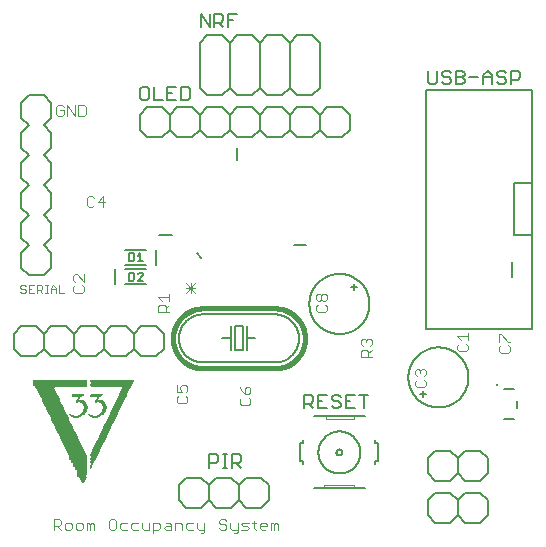
<source format=gto>
G75*
%MOIN*%
%OFA0B0*%
%FSLAX25Y25*%
%IPPOS*%
%LPD*%
%AMOC8*
5,1,8,0,0,1.08239X$1,22.5*
%
%ADD10C,0.00400*%
%ADD11R,0.00900X0.00300*%
%ADD12R,0.01500X0.00300*%
%ADD13R,0.02100X0.00300*%
%ADD14R,0.02700X0.00300*%
%ADD15R,0.03000X0.00300*%
%ADD16R,0.03300X0.00300*%
%ADD17R,0.03600X0.00300*%
%ADD18R,0.03900X0.00300*%
%ADD19R,0.00300X0.00300*%
%ADD20R,0.04200X0.00300*%
%ADD21R,0.00600X0.00300*%
%ADD22R,0.04500X0.00300*%
%ADD23R,0.04800X0.00300*%
%ADD24R,0.05100X0.00300*%
%ADD25R,0.01200X0.00300*%
%ADD26R,0.05400X0.00300*%
%ADD27R,0.05700X0.00300*%
%ADD28R,0.01800X0.00300*%
%ADD29R,0.06000X0.00300*%
%ADD30R,0.06300X0.00300*%
%ADD31R,0.02400X0.00300*%
%ADD32R,0.06600X0.00300*%
%ADD33R,0.17400X0.00300*%
%ADD34R,0.13500X0.00300*%
%ADD35R,0.17700X0.00300*%
%ADD36R,0.13800X0.00300*%
%ADD37R,0.18000X0.00300*%
%ADD38R,0.14100X0.00300*%
%ADD39R,0.18300X0.00300*%
%ADD40R,0.14400X0.00300*%
%ADD41C,0.00600*%
%ADD42C,0.00300*%
%ADD43C,0.01600*%
%ADD44C,0.00200*%
%ADD45C,0.00500*%
%ADD46C,0.00800*%
%ADD47C,0.01000*%
D10*
X0029678Y0007567D02*
X0029678Y0011170D01*
X0031480Y0011170D01*
X0032080Y0010569D01*
X0032080Y0009368D01*
X0031480Y0008768D01*
X0029678Y0008768D01*
X0030879Y0008768D02*
X0032080Y0007567D01*
X0033362Y0008167D02*
X0033962Y0007567D01*
X0035163Y0007567D01*
X0035764Y0008167D01*
X0035764Y0009368D01*
X0035163Y0009969D01*
X0033962Y0009969D01*
X0033362Y0009368D01*
X0033362Y0008167D01*
X0037045Y0008167D02*
X0037645Y0007567D01*
X0038846Y0007567D01*
X0039447Y0008167D01*
X0039447Y0009368D01*
X0038846Y0009969D01*
X0037645Y0009969D01*
X0037045Y0009368D01*
X0037045Y0008167D01*
X0040728Y0007567D02*
X0040728Y0009969D01*
X0041328Y0009969D01*
X0041929Y0009368D01*
X0042529Y0009969D01*
X0043130Y0009368D01*
X0043130Y0007567D01*
X0041929Y0007567D02*
X0041929Y0009368D01*
X0048094Y0008167D02*
X0048695Y0007567D01*
X0049896Y0007567D01*
X0050496Y0008167D01*
X0050496Y0010569D01*
X0049896Y0011170D01*
X0048695Y0011170D01*
X0048094Y0010569D01*
X0048094Y0008167D01*
X0051777Y0008167D02*
X0052378Y0007567D01*
X0054179Y0007567D01*
X0055460Y0008167D02*
X0055460Y0009368D01*
X0056061Y0009969D01*
X0057863Y0009969D01*
X0059144Y0009969D02*
X0059144Y0008167D01*
X0059744Y0007567D01*
X0061546Y0007567D01*
X0061546Y0009969D01*
X0062827Y0009969D02*
X0064628Y0009969D01*
X0065229Y0009368D01*
X0065229Y0008167D01*
X0064628Y0007567D01*
X0062827Y0007567D01*
X0062827Y0006366D02*
X0062827Y0009969D01*
X0066510Y0008167D02*
X0067110Y0008768D01*
X0068912Y0008768D01*
X0068912Y0009368D02*
X0068912Y0007567D01*
X0067110Y0007567D01*
X0066510Y0008167D01*
X0067110Y0009969D02*
X0068311Y0009969D01*
X0068912Y0009368D01*
X0070193Y0009969D02*
X0071995Y0009969D01*
X0072595Y0009368D01*
X0072595Y0007567D01*
X0073876Y0008167D02*
X0073876Y0009368D01*
X0074477Y0009969D01*
X0076278Y0009969D01*
X0077559Y0009969D02*
X0077559Y0008167D01*
X0078160Y0007567D01*
X0079961Y0007567D01*
X0079961Y0006966D02*
X0079361Y0006366D01*
X0078760Y0006366D01*
X0079961Y0006966D02*
X0079961Y0009969D01*
X0076278Y0007567D02*
X0074477Y0007567D01*
X0073876Y0008167D01*
X0070193Y0007567D02*
X0070193Y0009969D01*
X0057863Y0007567D02*
X0056061Y0007567D01*
X0055460Y0008167D01*
X0054179Y0009969D02*
X0052378Y0009969D01*
X0051777Y0009368D01*
X0051777Y0008167D01*
X0084926Y0008167D02*
X0085526Y0007567D01*
X0086727Y0007567D01*
X0087328Y0008167D01*
X0087328Y0008768D01*
X0086727Y0009368D01*
X0085526Y0009368D01*
X0084926Y0009969D01*
X0084926Y0010569D01*
X0085526Y0011170D01*
X0086727Y0011170D01*
X0087328Y0010569D01*
X0088609Y0009969D02*
X0088609Y0008167D01*
X0089209Y0007567D01*
X0091011Y0007567D01*
X0091011Y0006966D02*
X0090410Y0006366D01*
X0089810Y0006366D01*
X0091011Y0006966D02*
X0091011Y0009969D01*
X0092292Y0009368D02*
X0092892Y0009969D01*
X0094694Y0009969D01*
X0095975Y0009969D02*
X0097176Y0009969D01*
X0096576Y0010569D02*
X0096576Y0008167D01*
X0097176Y0007567D01*
X0098430Y0008167D02*
X0098430Y0009368D01*
X0099031Y0009969D01*
X0100232Y0009969D01*
X0100833Y0009368D01*
X0100833Y0008768D01*
X0098430Y0008768D01*
X0098430Y0008167D02*
X0099031Y0007567D01*
X0100232Y0007567D01*
X0102114Y0007567D02*
X0102114Y0009969D01*
X0102714Y0009969D01*
X0103315Y0009368D01*
X0103915Y0009969D01*
X0104516Y0009368D01*
X0104516Y0007567D01*
X0103315Y0007567D02*
X0103315Y0009368D01*
X0094694Y0008167D02*
X0094093Y0008768D01*
X0092892Y0008768D01*
X0092292Y0009368D01*
X0092292Y0007567D02*
X0094093Y0007567D01*
X0094694Y0008167D01*
X0094733Y0049193D02*
X0092331Y0049193D01*
X0091730Y0049793D01*
X0091730Y0050994D01*
X0092331Y0051595D01*
X0093532Y0052876D02*
X0092331Y0054077D01*
X0091730Y0055278D01*
X0093532Y0054677D02*
X0093532Y0052876D01*
X0094733Y0052876D01*
X0095334Y0053476D01*
X0095334Y0054677D01*
X0094733Y0055278D01*
X0094133Y0055278D01*
X0093532Y0054677D01*
X0094733Y0051595D02*
X0095334Y0050994D01*
X0095334Y0049793D01*
X0094733Y0049193D01*
X0074334Y0050293D02*
X0074334Y0051494D01*
X0073733Y0052095D01*
X0073733Y0053376D02*
X0074334Y0053976D01*
X0074334Y0055177D01*
X0073733Y0055778D01*
X0072532Y0055778D01*
X0071932Y0055177D01*
X0071932Y0054577D01*
X0072532Y0053376D01*
X0070730Y0053376D01*
X0070730Y0055778D01*
X0071331Y0052095D02*
X0070730Y0051494D01*
X0070730Y0050293D01*
X0071331Y0049693D01*
X0073733Y0049693D01*
X0074334Y0050293D01*
X0039233Y0086630D02*
X0036831Y0086630D01*
X0036230Y0087230D01*
X0036230Y0088431D01*
X0036831Y0089032D01*
X0036831Y0090313D02*
X0036230Y0090913D01*
X0036230Y0092114D01*
X0036831Y0092715D01*
X0037432Y0092715D01*
X0039834Y0090313D01*
X0039834Y0092715D01*
X0039233Y0089032D02*
X0039834Y0088431D01*
X0039834Y0087230D01*
X0039233Y0086630D01*
X0041350Y0115122D02*
X0042551Y0115122D01*
X0043151Y0115722D01*
X0044432Y0116923D02*
X0046834Y0116923D01*
X0046234Y0115122D02*
X0046234Y0118725D01*
X0044432Y0116923D01*
X0043151Y0118124D02*
X0042551Y0118725D01*
X0041350Y0118725D01*
X0040749Y0118124D01*
X0040749Y0115722D01*
X0041350Y0115122D01*
X0039797Y0145567D02*
X0037995Y0145567D01*
X0037995Y0149170D01*
X0039797Y0149170D01*
X0040397Y0148569D01*
X0040397Y0146167D01*
X0039797Y0145567D01*
X0036714Y0145567D02*
X0036714Y0149170D01*
X0034312Y0149170D02*
X0036714Y0145567D01*
X0034312Y0145567D02*
X0034312Y0149170D01*
X0033031Y0148569D02*
X0032431Y0149170D01*
X0031230Y0149170D01*
X0030629Y0148569D01*
X0030629Y0146167D01*
X0031230Y0145567D01*
X0032431Y0145567D01*
X0033031Y0146167D01*
X0033031Y0147368D01*
X0031830Y0147368D01*
X0117175Y0085685D02*
X0117776Y0086286D01*
X0118376Y0086286D01*
X0118977Y0085685D01*
X0118977Y0084484D01*
X0118376Y0083884D01*
X0117776Y0083884D01*
X0117175Y0084484D01*
X0117175Y0085685D01*
X0118977Y0085685D02*
X0119577Y0086286D01*
X0120178Y0086286D01*
X0120778Y0085685D01*
X0120778Y0084484D01*
X0120178Y0083884D01*
X0119577Y0083884D01*
X0118977Y0084484D01*
X0120178Y0082602D02*
X0120778Y0082002D01*
X0120778Y0080801D01*
X0120178Y0080200D01*
X0117776Y0080200D01*
X0117175Y0080801D01*
X0117175Y0082002D01*
X0117776Y0082602D01*
X0132175Y0070685D02*
X0132175Y0069484D01*
X0132776Y0068884D01*
X0132776Y0067602D02*
X0133977Y0067602D01*
X0134577Y0067002D01*
X0134577Y0065200D01*
X0134577Y0066401D02*
X0135778Y0067602D01*
X0135178Y0068884D02*
X0135778Y0069484D01*
X0135778Y0070685D01*
X0135178Y0071286D01*
X0134577Y0071286D01*
X0133977Y0070685D01*
X0133977Y0070085D01*
X0133977Y0070685D02*
X0133376Y0071286D01*
X0132776Y0071286D01*
X0132175Y0070685D01*
X0132776Y0067602D02*
X0132175Y0067002D01*
X0132175Y0065200D01*
X0135778Y0065200D01*
X0150175Y0060551D02*
X0150175Y0059350D01*
X0150776Y0058750D01*
X0150776Y0057469D02*
X0150175Y0056868D01*
X0150175Y0055667D01*
X0150776Y0055067D01*
X0153178Y0055067D01*
X0153778Y0055667D01*
X0153778Y0056868D01*
X0153178Y0057469D01*
X0153178Y0058750D02*
X0153778Y0059350D01*
X0153778Y0060551D01*
X0153178Y0061152D01*
X0152577Y0061152D01*
X0151977Y0060551D01*
X0151977Y0059951D01*
X0151977Y0060551D02*
X0151376Y0061152D01*
X0150776Y0061152D01*
X0150175Y0060551D01*
D11*
X0044878Y0051667D03*
X0044578Y0051367D03*
X0044578Y0051067D03*
X0044278Y0050767D03*
X0043678Y0049867D03*
X0041578Y0045667D03*
X0037378Y0049867D03*
X0037978Y0050767D03*
X0038278Y0051067D03*
X0038278Y0051367D03*
X0038578Y0051667D03*
X0035278Y0045667D03*
X0042478Y0029467D03*
X0042478Y0029167D03*
X0039478Y0023167D03*
D12*
X0039478Y0023467D03*
X0039478Y0023767D03*
X0042778Y0030367D03*
X0042778Y0030667D03*
X0044878Y0045367D03*
X0045478Y0045667D03*
X0045778Y0045967D03*
X0046078Y0046567D03*
X0046378Y0046867D03*
X0046378Y0047167D03*
X0046678Y0047767D03*
X0046678Y0048067D03*
X0046678Y0048367D03*
X0046378Y0048967D03*
X0046378Y0049267D03*
X0046078Y0049567D03*
X0040378Y0048367D03*
X0040378Y0048067D03*
X0040378Y0047767D03*
X0040078Y0047167D03*
X0040078Y0046867D03*
X0039778Y0046567D03*
X0039478Y0045967D03*
X0039178Y0045667D03*
X0038578Y0045367D03*
X0040078Y0048967D03*
X0040078Y0049267D03*
X0039778Y0049567D03*
D13*
X0037078Y0044767D03*
X0043378Y0044767D03*
X0043078Y0031867D03*
X0043078Y0031567D03*
X0039478Y0024367D03*
X0039478Y0024067D03*
D14*
X0039478Y0024667D03*
X0039478Y0024967D03*
X0043378Y0032767D03*
X0043678Y0033367D03*
X0043978Y0033967D03*
X0043978Y0034267D03*
X0044278Y0034567D03*
X0044278Y0034867D03*
X0044578Y0035167D03*
X0044578Y0035467D03*
X0044878Y0035767D03*
X0044878Y0036067D03*
X0045178Y0036367D03*
X0045178Y0036667D03*
X0045478Y0036967D03*
X0045478Y0037267D03*
X0045778Y0037567D03*
X0045778Y0037867D03*
X0046078Y0038167D03*
X0046078Y0038467D03*
X0046378Y0039067D03*
X0046678Y0039667D03*
X0046978Y0040267D03*
X0047278Y0040867D03*
X0047578Y0041467D03*
X0047578Y0041767D03*
X0047878Y0042067D03*
X0047878Y0042367D03*
X0048178Y0042667D03*
X0048178Y0042967D03*
X0048478Y0043267D03*
X0048478Y0043567D03*
X0048778Y0043867D03*
X0048778Y0044167D03*
X0049078Y0044467D03*
X0049078Y0044767D03*
X0049378Y0045067D03*
X0049378Y0045367D03*
X0049678Y0045667D03*
X0049678Y0045967D03*
X0049978Y0046267D03*
X0049978Y0046567D03*
X0050278Y0046867D03*
X0050278Y0047167D03*
X0050578Y0047467D03*
X0050578Y0047767D03*
X0050878Y0048367D03*
X0051178Y0048967D03*
X0051178Y0049267D03*
X0051478Y0049567D03*
X0051478Y0049867D03*
X0051778Y0050167D03*
X0051778Y0050467D03*
X0052078Y0050767D03*
X0052078Y0051067D03*
X0052378Y0051367D03*
X0052378Y0051667D03*
X0052678Y0051967D03*
X0052678Y0052267D03*
X0052978Y0052567D03*
X0052978Y0052867D03*
X0053278Y0053167D03*
X0053278Y0053467D03*
X0053578Y0053767D03*
X0053578Y0054067D03*
X0053878Y0054367D03*
X0053878Y0054667D03*
D15*
X0054028Y0054967D03*
X0045028Y0050167D03*
X0038728Y0050167D03*
X0039328Y0025567D03*
X0039328Y0025267D03*
D16*
X0039178Y0025867D03*
X0039178Y0026167D03*
D17*
X0039028Y0026467D03*
X0039028Y0026767D03*
X0039028Y0027067D03*
X0037228Y0045067D03*
X0043528Y0045067D03*
X0043828Y0051967D03*
X0037528Y0051967D03*
D18*
X0037678Y0052267D03*
X0043978Y0052267D03*
X0038878Y0027667D03*
X0038878Y0027367D03*
D19*
X0042178Y0027667D03*
X0042178Y0027967D03*
D20*
X0038728Y0027967D03*
X0038728Y0028267D03*
X0037828Y0052567D03*
X0044128Y0052567D03*
D21*
X0042328Y0051667D03*
X0041428Y0045967D03*
X0036028Y0051667D03*
X0035128Y0045967D03*
X0042328Y0028867D03*
X0042328Y0028567D03*
X0042328Y0028267D03*
D22*
X0038578Y0028567D03*
X0038578Y0028867D03*
D23*
X0038428Y0029167D03*
X0038428Y0029467D03*
D24*
X0038278Y0029767D03*
X0038278Y0030067D03*
D25*
X0042628Y0030067D03*
X0042628Y0029767D03*
X0042028Y0045367D03*
X0039628Y0046267D03*
X0040228Y0047467D03*
X0040228Y0048667D03*
X0035728Y0045367D03*
X0045928Y0046267D03*
X0046528Y0047467D03*
X0046528Y0048667D03*
D26*
X0038128Y0030667D03*
X0038128Y0030367D03*
D27*
X0037978Y0030967D03*
X0037978Y0031267D03*
D28*
X0042928Y0031267D03*
X0042928Y0030967D03*
X0045928Y0049867D03*
X0039628Y0049867D03*
D29*
X0030328Y0047467D03*
X0030028Y0048067D03*
X0029728Y0048667D03*
X0029428Y0049267D03*
X0033028Y0041767D03*
X0033328Y0041167D03*
X0033628Y0040567D03*
X0033928Y0039967D03*
X0034228Y0039367D03*
X0034528Y0038767D03*
X0034828Y0038167D03*
X0035128Y0037567D03*
X0035428Y0036967D03*
X0036928Y0033667D03*
X0037228Y0033067D03*
X0037528Y0032467D03*
X0037828Y0031867D03*
X0037828Y0031567D03*
D30*
X0037678Y0032167D03*
X0037378Y0032767D03*
X0037078Y0033367D03*
X0036778Y0033967D03*
X0036778Y0034267D03*
X0036478Y0034567D03*
X0036478Y0034867D03*
X0036178Y0035167D03*
X0036178Y0035467D03*
X0035878Y0035767D03*
X0035878Y0036067D03*
X0035578Y0036367D03*
X0035578Y0036667D03*
X0035278Y0037267D03*
X0034978Y0037867D03*
X0034678Y0038467D03*
X0034378Y0039067D03*
X0034078Y0039667D03*
X0033778Y0040267D03*
X0033478Y0040867D03*
X0033178Y0041467D03*
X0032878Y0042067D03*
X0032878Y0042367D03*
X0032578Y0042667D03*
X0032578Y0042967D03*
X0032278Y0043267D03*
X0032278Y0043567D03*
X0031978Y0043867D03*
X0031978Y0044167D03*
X0031678Y0044467D03*
X0031678Y0044767D03*
X0031378Y0045067D03*
X0031378Y0045367D03*
X0031078Y0045667D03*
X0031078Y0045967D03*
X0030778Y0046267D03*
X0030778Y0046567D03*
X0030478Y0046867D03*
X0030478Y0047167D03*
X0030178Y0047767D03*
X0029878Y0048367D03*
X0029578Y0048967D03*
X0029278Y0049567D03*
X0029278Y0049867D03*
X0028978Y0050167D03*
X0028978Y0050467D03*
X0028678Y0050767D03*
X0028678Y0051067D03*
X0028378Y0051367D03*
X0028378Y0051667D03*
X0028078Y0051967D03*
X0028078Y0052267D03*
X0027778Y0052567D03*
X0027778Y0052867D03*
X0027478Y0053167D03*
X0027478Y0053467D03*
X0027178Y0053767D03*
X0027178Y0054067D03*
X0026878Y0054367D03*
X0026878Y0054667D03*
D31*
X0038428Y0050467D03*
X0044728Y0050467D03*
X0050728Y0048067D03*
X0051028Y0048667D03*
X0047428Y0041167D03*
X0047128Y0040567D03*
X0046828Y0039967D03*
X0046528Y0039367D03*
X0046228Y0038767D03*
X0043828Y0033667D03*
X0043528Y0033067D03*
X0043228Y0032467D03*
X0043228Y0032167D03*
D32*
X0026728Y0054967D03*
D33*
X0032128Y0055267D03*
D34*
X0048778Y0055267D03*
D35*
X0031978Y0055567D03*
X0031978Y0055867D03*
D36*
X0048928Y0055867D03*
X0048928Y0055567D03*
D37*
X0031828Y0056167D03*
X0031828Y0056467D03*
D38*
X0049078Y0056467D03*
X0049078Y0056167D03*
D39*
X0031678Y0056767D03*
X0031678Y0057067D03*
D40*
X0049228Y0057067D03*
X0049228Y0056767D03*
D41*
X0048978Y0065367D02*
X0046478Y0067867D01*
X0046478Y0072867D01*
X0048978Y0075367D01*
X0053978Y0075367D01*
X0056478Y0072867D01*
X0058978Y0075367D01*
X0063978Y0075367D01*
X0066478Y0072867D01*
X0066478Y0067867D01*
X0063978Y0065367D01*
X0058978Y0065367D01*
X0056478Y0067867D01*
X0053978Y0065367D01*
X0048978Y0065367D01*
X0046478Y0067867D02*
X0043978Y0065367D01*
X0038978Y0065367D01*
X0036478Y0067867D01*
X0033978Y0065367D01*
X0028978Y0065367D01*
X0026478Y0067867D01*
X0023978Y0065367D01*
X0018978Y0065367D01*
X0016478Y0067867D01*
X0016478Y0072867D01*
X0018978Y0075367D01*
X0023978Y0075367D01*
X0026478Y0072867D01*
X0028978Y0075367D01*
X0033978Y0075367D01*
X0036478Y0072867D01*
X0038978Y0075367D01*
X0043978Y0075367D01*
X0046478Y0072867D01*
X0036478Y0072867D02*
X0036478Y0067867D01*
X0026478Y0067867D02*
X0026478Y0072867D01*
X0056478Y0072867D02*
X0056478Y0067867D01*
X0079478Y0063367D02*
X0079283Y0063369D01*
X0079088Y0063376D01*
X0078894Y0063388D01*
X0078700Y0063405D01*
X0078506Y0063426D01*
X0078313Y0063452D01*
X0078121Y0063483D01*
X0077929Y0063518D01*
X0077739Y0063558D01*
X0077549Y0063603D01*
X0077360Y0063652D01*
X0077173Y0063706D01*
X0076987Y0063765D01*
X0076803Y0063827D01*
X0076620Y0063895D01*
X0076439Y0063967D01*
X0076260Y0064043D01*
X0076082Y0064123D01*
X0075907Y0064208D01*
X0075734Y0064297D01*
X0075563Y0064391D01*
X0075394Y0064488D01*
X0075228Y0064590D01*
X0075064Y0064695D01*
X0074903Y0064804D01*
X0074744Y0064918D01*
X0074589Y0065035D01*
X0074436Y0065156D01*
X0074286Y0065281D01*
X0074139Y0065409D01*
X0073996Y0065541D01*
X0073856Y0065676D01*
X0073719Y0065814D01*
X0073585Y0065956D01*
X0073455Y0066101D01*
X0073329Y0066250D01*
X0073206Y0066401D01*
X0073087Y0066555D01*
X0072972Y0066712D01*
X0072860Y0066872D01*
X0072753Y0067034D01*
X0072649Y0067199D01*
X0072550Y0067367D01*
X0072454Y0067537D01*
X0072363Y0067709D01*
X0072276Y0067883D01*
X0072194Y0068060D01*
X0072115Y0068238D01*
X0072041Y0068418D01*
X0071972Y0068600D01*
X0071906Y0068784D01*
X0071846Y0068969D01*
X0071790Y0069156D01*
X0071738Y0069344D01*
X0071691Y0069533D01*
X0071649Y0069723D01*
X0071611Y0069914D01*
X0071578Y0070106D01*
X0071550Y0070299D01*
X0071526Y0070492D01*
X0071507Y0070686D01*
X0071493Y0070880D01*
X0071483Y0071075D01*
X0071479Y0071270D01*
X0071479Y0071464D01*
X0071483Y0071659D01*
X0071493Y0071854D01*
X0071507Y0072048D01*
X0071526Y0072242D01*
X0071550Y0072435D01*
X0071578Y0072628D01*
X0071611Y0072820D01*
X0071649Y0073011D01*
X0071691Y0073201D01*
X0071738Y0073390D01*
X0071790Y0073578D01*
X0071846Y0073765D01*
X0071906Y0073950D01*
X0071972Y0074134D01*
X0072041Y0074316D01*
X0072115Y0074496D01*
X0072194Y0074674D01*
X0072276Y0074851D01*
X0072363Y0075025D01*
X0072454Y0075197D01*
X0072550Y0075367D01*
X0072649Y0075535D01*
X0072753Y0075700D01*
X0072860Y0075862D01*
X0072972Y0076022D01*
X0073087Y0076179D01*
X0073206Y0076333D01*
X0073329Y0076484D01*
X0073455Y0076633D01*
X0073585Y0076778D01*
X0073719Y0076920D01*
X0073856Y0077058D01*
X0073996Y0077193D01*
X0074139Y0077325D01*
X0074286Y0077453D01*
X0074436Y0077578D01*
X0074589Y0077699D01*
X0074744Y0077816D01*
X0074903Y0077930D01*
X0075064Y0078039D01*
X0075228Y0078144D01*
X0075394Y0078246D01*
X0075563Y0078343D01*
X0075734Y0078437D01*
X0075907Y0078526D01*
X0076082Y0078611D01*
X0076260Y0078691D01*
X0076439Y0078767D01*
X0076620Y0078839D01*
X0076803Y0078907D01*
X0076987Y0078969D01*
X0077173Y0079028D01*
X0077360Y0079082D01*
X0077549Y0079131D01*
X0077739Y0079176D01*
X0077929Y0079216D01*
X0078121Y0079251D01*
X0078313Y0079282D01*
X0078506Y0079308D01*
X0078700Y0079329D01*
X0078894Y0079346D01*
X0079088Y0079358D01*
X0079283Y0079365D01*
X0079478Y0079367D01*
X0103478Y0079367D01*
X0103673Y0079365D01*
X0103868Y0079358D01*
X0104062Y0079346D01*
X0104256Y0079329D01*
X0104450Y0079308D01*
X0104643Y0079282D01*
X0104835Y0079251D01*
X0105027Y0079216D01*
X0105217Y0079176D01*
X0105407Y0079131D01*
X0105596Y0079082D01*
X0105783Y0079028D01*
X0105969Y0078969D01*
X0106153Y0078907D01*
X0106336Y0078839D01*
X0106517Y0078767D01*
X0106696Y0078691D01*
X0106874Y0078611D01*
X0107049Y0078526D01*
X0107222Y0078437D01*
X0107393Y0078343D01*
X0107562Y0078246D01*
X0107728Y0078144D01*
X0107892Y0078039D01*
X0108053Y0077930D01*
X0108212Y0077816D01*
X0108367Y0077699D01*
X0108520Y0077578D01*
X0108670Y0077453D01*
X0108817Y0077325D01*
X0108960Y0077193D01*
X0109100Y0077058D01*
X0109237Y0076920D01*
X0109371Y0076778D01*
X0109501Y0076633D01*
X0109627Y0076484D01*
X0109750Y0076333D01*
X0109869Y0076179D01*
X0109984Y0076022D01*
X0110096Y0075862D01*
X0110203Y0075700D01*
X0110307Y0075535D01*
X0110406Y0075367D01*
X0110502Y0075197D01*
X0110593Y0075025D01*
X0110680Y0074851D01*
X0110762Y0074674D01*
X0110841Y0074496D01*
X0110915Y0074316D01*
X0110984Y0074134D01*
X0111050Y0073950D01*
X0111110Y0073765D01*
X0111166Y0073578D01*
X0111218Y0073390D01*
X0111265Y0073201D01*
X0111307Y0073011D01*
X0111345Y0072820D01*
X0111378Y0072628D01*
X0111406Y0072435D01*
X0111430Y0072242D01*
X0111449Y0072048D01*
X0111463Y0071854D01*
X0111473Y0071659D01*
X0111477Y0071464D01*
X0111477Y0071270D01*
X0111473Y0071075D01*
X0111463Y0070880D01*
X0111449Y0070686D01*
X0111430Y0070492D01*
X0111406Y0070299D01*
X0111378Y0070106D01*
X0111345Y0069914D01*
X0111307Y0069723D01*
X0111265Y0069533D01*
X0111218Y0069344D01*
X0111166Y0069156D01*
X0111110Y0068969D01*
X0111050Y0068784D01*
X0110984Y0068600D01*
X0110915Y0068418D01*
X0110841Y0068238D01*
X0110762Y0068060D01*
X0110680Y0067883D01*
X0110593Y0067709D01*
X0110502Y0067537D01*
X0110406Y0067367D01*
X0110307Y0067199D01*
X0110203Y0067034D01*
X0110096Y0066872D01*
X0109984Y0066712D01*
X0109869Y0066555D01*
X0109750Y0066401D01*
X0109627Y0066250D01*
X0109501Y0066101D01*
X0109371Y0065956D01*
X0109237Y0065814D01*
X0109100Y0065676D01*
X0108960Y0065541D01*
X0108817Y0065409D01*
X0108670Y0065281D01*
X0108520Y0065156D01*
X0108367Y0065035D01*
X0108212Y0064918D01*
X0108053Y0064804D01*
X0107892Y0064695D01*
X0107728Y0064590D01*
X0107562Y0064488D01*
X0107393Y0064391D01*
X0107222Y0064297D01*
X0107049Y0064208D01*
X0106874Y0064123D01*
X0106696Y0064043D01*
X0106517Y0063967D01*
X0106336Y0063895D01*
X0106153Y0063827D01*
X0105969Y0063765D01*
X0105783Y0063706D01*
X0105596Y0063652D01*
X0105407Y0063603D01*
X0105217Y0063558D01*
X0105027Y0063518D01*
X0104835Y0063483D01*
X0104643Y0063452D01*
X0104450Y0063426D01*
X0104256Y0063405D01*
X0104062Y0063388D01*
X0103868Y0063376D01*
X0103673Y0063369D01*
X0103478Y0063367D01*
X0079478Y0063367D01*
X0085978Y0071367D02*
X0088778Y0071367D01*
X0088778Y0067367D01*
X0090178Y0067367D02*
X0092678Y0067367D01*
X0092678Y0075367D01*
X0090178Y0075367D01*
X0090178Y0067367D01*
X0094178Y0067367D02*
X0094178Y0071367D01*
X0096978Y0071367D01*
X0094178Y0071367D02*
X0094178Y0075367D01*
X0088778Y0075367D02*
X0088778Y0071367D01*
X0116478Y0045367D02*
X0120478Y0045367D01*
X0129978Y0045367D01*
X0133478Y0045367D01*
X0136978Y0037367D02*
X0136978Y0036367D01*
X0137978Y0036367D01*
X0137978Y0030367D01*
X0136978Y0030367D01*
X0136978Y0029367D01*
X0133478Y0021367D02*
X0129978Y0021367D01*
X0119978Y0021367D01*
X0116478Y0021367D01*
X0112978Y0029367D02*
X0112978Y0030367D01*
X0111978Y0030367D01*
X0111978Y0036367D01*
X0112978Y0036367D01*
X0112978Y0037367D01*
X0123978Y0033367D02*
X0123980Y0033430D01*
X0123986Y0033492D01*
X0123996Y0033554D01*
X0124009Y0033616D01*
X0124027Y0033676D01*
X0124048Y0033735D01*
X0124073Y0033793D01*
X0124102Y0033849D01*
X0124134Y0033903D01*
X0124169Y0033955D01*
X0124207Y0034004D01*
X0124249Y0034052D01*
X0124293Y0034096D01*
X0124341Y0034138D01*
X0124390Y0034176D01*
X0124442Y0034211D01*
X0124496Y0034243D01*
X0124552Y0034272D01*
X0124610Y0034297D01*
X0124669Y0034318D01*
X0124729Y0034336D01*
X0124791Y0034349D01*
X0124853Y0034359D01*
X0124915Y0034365D01*
X0124978Y0034367D01*
X0125041Y0034365D01*
X0125103Y0034359D01*
X0125165Y0034349D01*
X0125227Y0034336D01*
X0125287Y0034318D01*
X0125346Y0034297D01*
X0125404Y0034272D01*
X0125460Y0034243D01*
X0125514Y0034211D01*
X0125566Y0034176D01*
X0125615Y0034138D01*
X0125663Y0034096D01*
X0125707Y0034052D01*
X0125749Y0034004D01*
X0125787Y0033955D01*
X0125822Y0033903D01*
X0125854Y0033849D01*
X0125883Y0033793D01*
X0125908Y0033735D01*
X0125929Y0033676D01*
X0125947Y0033616D01*
X0125960Y0033554D01*
X0125970Y0033492D01*
X0125976Y0033430D01*
X0125978Y0033367D01*
X0125976Y0033304D01*
X0125970Y0033242D01*
X0125960Y0033180D01*
X0125947Y0033118D01*
X0125929Y0033058D01*
X0125908Y0032999D01*
X0125883Y0032941D01*
X0125854Y0032885D01*
X0125822Y0032831D01*
X0125787Y0032779D01*
X0125749Y0032730D01*
X0125707Y0032682D01*
X0125663Y0032638D01*
X0125615Y0032596D01*
X0125566Y0032558D01*
X0125514Y0032523D01*
X0125460Y0032491D01*
X0125404Y0032462D01*
X0125346Y0032437D01*
X0125287Y0032416D01*
X0125227Y0032398D01*
X0125165Y0032385D01*
X0125103Y0032375D01*
X0125041Y0032369D01*
X0124978Y0032367D01*
X0124915Y0032369D01*
X0124853Y0032375D01*
X0124791Y0032385D01*
X0124729Y0032398D01*
X0124669Y0032416D01*
X0124610Y0032437D01*
X0124552Y0032462D01*
X0124496Y0032491D01*
X0124442Y0032523D01*
X0124390Y0032558D01*
X0124341Y0032596D01*
X0124293Y0032638D01*
X0124249Y0032682D01*
X0124207Y0032730D01*
X0124169Y0032779D01*
X0124134Y0032831D01*
X0124102Y0032885D01*
X0124073Y0032941D01*
X0124048Y0032999D01*
X0124027Y0033058D01*
X0124009Y0033118D01*
X0123996Y0033180D01*
X0123986Y0033242D01*
X0123980Y0033304D01*
X0123978Y0033367D01*
X0117978Y0033367D02*
X0117980Y0033539D01*
X0117986Y0033710D01*
X0117997Y0033882D01*
X0118012Y0034053D01*
X0118031Y0034224D01*
X0118054Y0034394D01*
X0118081Y0034564D01*
X0118113Y0034733D01*
X0118148Y0034901D01*
X0118188Y0035068D01*
X0118232Y0035234D01*
X0118279Y0035399D01*
X0118331Y0035563D01*
X0118387Y0035725D01*
X0118447Y0035886D01*
X0118511Y0036046D01*
X0118579Y0036204D01*
X0118650Y0036360D01*
X0118725Y0036514D01*
X0118805Y0036667D01*
X0118887Y0036817D01*
X0118974Y0036966D01*
X0119064Y0037112D01*
X0119158Y0037256D01*
X0119255Y0037398D01*
X0119356Y0037537D01*
X0119460Y0037674D01*
X0119567Y0037808D01*
X0119678Y0037939D01*
X0119791Y0038068D01*
X0119908Y0038194D01*
X0120028Y0038317D01*
X0120151Y0038437D01*
X0120277Y0038554D01*
X0120406Y0038667D01*
X0120537Y0038778D01*
X0120671Y0038885D01*
X0120808Y0038989D01*
X0120947Y0039090D01*
X0121089Y0039187D01*
X0121233Y0039281D01*
X0121379Y0039371D01*
X0121528Y0039458D01*
X0121678Y0039540D01*
X0121831Y0039620D01*
X0121985Y0039695D01*
X0122141Y0039766D01*
X0122299Y0039834D01*
X0122459Y0039898D01*
X0122620Y0039958D01*
X0122782Y0040014D01*
X0122946Y0040066D01*
X0123111Y0040113D01*
X0123277Y0040157D01*
X0123444Y0040197D01*
X0123612Y0040232D01*
X0123781Y0040264D01*
X0123951Y0040291D01*
X0124121Y0040314D01*
X0124292Y0040333D01*
X0124463Y0040348D01*
X0124635Y0040359D01*
X0124806Y0040365D01*
X0124978Y0040367D01*
X0125150Y0040365D01*
X0125321Y0040359D01*
X0125493Y0040348D01*
X0125664Y0040333D01*
X0125835Y0040314D01*
X0126005Y0040291D01*
X0126175Y0040264D01*
X0126344Y0040232D01*
X0126512Y0040197D01*
X0126679Y0040157D01*
X0126845Y0040113D01*
X0127010Y0040066D01*
X0127174Y0040014D01*
X0127336Y0039958D01*
X0127497Y0039898D01*
X0127657Y0039834D01*
X0127815Y0039766D01*
X0127971Y0039695D01*
X0128125Y0039620D01*
X0128278Y0039540D01*
X0128428Y0039458D01*
X0128577Y0039371D01*
X0128723Y0039281D01*
X0128867Y0039187D01*
X0129009Y0039090D01*
X0129148Y0038989D01*
X0129285Y0038885D01*
X0129419Y0038778D01*
X0129550Y0038667D01*
X0129679Y0038554D01*
X0129805Y0038437D01*
X0129928Y0038317D01*
X0130048Y0038194D01*
X0130165Y0038068D01*
X0130278Y0037939D01*
X0130389Y0037808D01*
X0130496Y0037674D01*
X0130600Y0037537D01*
X0130701Y0037398D01*
X0130798Y0037256D01*
X0130892Y0037112D01*
X0130982Y0036966D01*
X0131069Y0036817D01*
X0131151Y0036667D01*
X0131231Y0036514D01*
X0131306Y0036360D01*
X0131377Y0036204D01*
X0131445Y0036046D01*
X0131509Y0035886D01*
X0131569Y0035725D01*
X0131625Y0035563D01*
X0131677Y0035399D01*
X0131724Y0035234D01*
X0131768Y0035068D01*
X0131808Y0034901D01*
X0131843Y0034733D01*
X0131875Y0034564D01*
X0131902Y0034394D01*
X0131925Y0034224D01*
X0131944Y0034053D01*
X0131959Y0033882D01*
X0131970Y0033710D01*
X0131976Y0033539D01*
X0131978Y0033367D01*
X0131976Y0033195D01*
X0131970Y0033024D01*
X0131959Y0032852D01*
X0131944Y0032681D01*
X0131925Y0032510D01*
X0131902Y0032340D01*
X0131875Y0032170D01*
X0131843Y0032001D01*
X0131808Y0031833D01*
X0131768Y0031666D01*
X0131724Y0031500D01*
X0131677Y0031335D01*
X0131625Y0031171D01*
X0131569Y0031009D01*
X0131509Y0030848D01*
X0131445Y0030688D01*
X0131377Y0030530D01*
X0131306Y0030374D01*
X0131231Y0030220D01*
X0131151Y0030067D01*
X0131069Y0029917D01*
X0130982Y0029768D01*
X0130892Y0029622D01*
X0130798Y0029478D01*
X0130701Y0029336D01*
X0130600Y0029197D01*
X0130496Y0029060D01*
X0130389Y0028926D01*
X0130278Y0028795D01*
X0130165Y0028666D01*
X0130048Y0028540D01*
X0129928Y0028417D01*
X0129805Y0028297D01*
X0129679Y0028180D01*
X0129550Y0028067D01*
X0129419Y0027956D01*
X0129285Y0027849D01*
X0129148Y0027745D01*
X0129009Y0027644D01*
X0128867Y0027547D01*
X0128723Y0027453D01*
X0128577Y0027363D01*
X0128428Y0027276D01*
X0128278Y0027194D01*
X0128125Y0027114D01*
X0127971Y0027039D01*
X0127815Y0026968D01*
X0127657Y0026900D01*
X0127497Y0026836D01*
X0127336Y0026776D01*
X0127174Y0026720D01*
X0127010Y0026668D01*
X0126845Y0026621D01*
X0126679Y0026577D01*
X0126512Y0026537D01*
X0126344Y0026502D01*
X0126175Y0026470D01*
X0126005Y0026443D01*
X0125835Y0026420D01*
X0125664Y0026401D01*
X0125493Y0026386D01*
X0125321Y0026375D01*
X0125150Y0026369D01*
X0124978Y0026367D01*
X0124806Y0026369D01*
X0124635Y0026375D01*
X0124463Y0026386D01*
X0124292Y0026401D01*
X0124121Y0026420D01*
X0123951Y0026443D01*
X0123781Y0026470D01*
X0123612Y0026502D01*
X0123444Y0026537D01*
X0123277Y0026577D01*
X0123111Y0026621D01*
X0122946Y0026668D01*
X0122782Y0026720D01*
X0122620Y0026776D01*
X0122459Y0026836D01*
X0122299Y0026900D01*
X0122141Y0026968D01*
X0121985Y0027039D01*
X0121831Y0027114D01*
X0121678Y0027194D01*
X0121528Y0027276D01*
X0121379Y0027363D01*
X0121233Y0027453D01*
X0121089Y0027547D01*
X0120947Y0027644D01*
X0120808Y0027745D01*
X0120671Y0027849D01*
X0120537Y0027956D01*
X0120406Y0028067D01*
X0120277Y0028180D01*
X0120151Y0028297D01*
X0120028Y0028417D01*
X0119908Y0028540D01*
X0119791Y0028666D01*
X0119678Y0028795D01*
X0119567Y0028926D01*
X0119460Y0029060D01*
X0119356Y0029197D01*
X0119255Y0029336D01*
X0119158Y0029478D01*
X0119064Y0029622D01*
X0118974Y0029768D01*
X0118887Y0029917D01*
X0118805Y0030067D01*
X0118725Y0030220D01*
X0118650Y0030374D01*
X0118579Y0030530D01*
X0118511Y0030688D01*
X0118447Y0030848D01*
X0118387Y0031009D01*
X0118331Y0031171D01*
X0118279Y0031335D01*
X0118232Y0031500D01*
X0118188Y0031666D01*
X0118148Y0031833D01*
X0118113Y0032001D01*
X0118081Y0032170D01*
X0118054Y0032340D01*
X0118031Y0032510D01*
X0118012Y0032681D01*
X0117997Y0032852D01*
X0117986Y0033024D01*
X0117980Y0033195D01*
X0117978Y0033367D01*
X0101478Y0022367D02*
X0101478Y0017367D01*
X0098978Y0014867D01*
X0093978Y0014867D01*
X0091478Y0017367D01*
X0088978Y0014867D01*
X0083978Y0014867D01*
X0081478Y0017367D01*
X0078978Y0014867D01*
X0073978Y0014867D01*
X0071478Y0017367D01*
X0071478Y0022367D01*
X0073978Y0024867D01*
X0078978Y0024867D01*
X0081478Y0022367D01*
X0083978Y0024867D01*
X0088978Y0024867D01*
X0091478Y0022367D01*
X0093978Y0024867D01*
X0098978Y0024867D01*
X0101478Y0022367D01*
X0091478Y0022367D02*
X0091478Y0017367D01*
X0081478Y0017367D02*
X0081478Y0022367D01*
X0114978Y0082867D02*
X0114981Y0083112D01*
X0114990Y0083358D01*
X0115005Y0083603D01*
X0115026Y0083847D01*
X0115053Y0084091D01*
X0115086Y0084334D01*
X0115125Y0084577D01*
X0115170Y0084818D01*
X0115221Y0085058D01*
X0115278Y0085297D01*
X0115340Y0085534D01*
X0115409Y0085770D01*
X0115483Y0086004D01*
X0115563Y0086236D01*
X0115648Y0086466D01*
X0115739Y0086694D01*
X0115836Y0086919D01*
X0115938Y0087143D01*
X0116046Y0087363D01*
X0116159Y0087581D01*
X0116277Y0087796D01*
X0116401Y0088008D01*
X0116529Y0088217D01*
X0116663Y0088423D01*
X0116802Y0088625D01*
X0116946Y0088824D01*
X0117095Y0089019D01*
X0117248Y0089211D01*
X0117406Y0089399D01*
X0117568Y0089583D01*
X0117736Y0089762D01*
X0117907Y0089938D01*
X0118083Y0090109D01*
X0118262Y0090277D01*
X0118446Y0090439D01*
X0118634Y0090597D01*
X0118826Y0090750D01*
X0119021Y0090899D01*
X0119220Y0091043D01*
X0119422Y0091182D01*
X0119628Y0091316D01*
X0119837Y0091444D01*
X0120049Y0091568D01*
X0120264Y0091686D01*
X0120482Y0091799D01*
X0120702Y0091907D01*
X0120926Y0092009D01*
X0121151Y0092106D01*
X0121379Y0092197D01*
X0121609Y0092282D01*
X0121841Y0092362D01*
X0122075Y0092436D01*
X0122311Y0092505D01*
X0122548Y0092567D01*
X0122787Y0092624D01*
X0123027Y0092675D01*
X0123268Y0092720D01*
X0123511Y0092759D01*
X0123754Y0092792D01*
X0123998Y0092819D01*
X0124242Y0092840D01*
X0124487Y0092855D01*
X0124733Y0092864D01*
X0124978Y0092867D01*
X0125223Y0092864D01*
X0125469Y0092855D01*
X0125714Y0092840D01*
X0125958Y0092819D01*
X0126202Y0092792D01*
X0126445Y0092759D01*
X0126688Y0092720D01*
X0126929Y0092675D01*
X0127169Y0092624D01*
X0127408Y0092567D01*
X0127645Y0092505D01*
X0127881Y0092436D01*
X0128115Y0092362D01*
X0128347Y0092282D01*
X0128577Y0092197D01*
X0128805Y0092106D01*
X0129030Y0092009D01*
X0129254Y0091907D01*
X0129474Y0091799D01*
X0129692Y0091686D01*
X0129907Y0091568D01*
X0130119Y0091444D01*
X0130328Y0091316D01*
X0130534Y0091182D01*
X0130736Y0091043D01*
X0130935Y0090899D01*
X0131130Y0090750D01*
X0131322Y0090597D01*
X0131510Y0090439D01*
X0131694Y0090277D01*
X0131873Y0090109D01*
X0132049Y0089938D01*
X0132220Y0089762D01*
X0132388Y0089583D01*
X0132550Y0089399D01*
X0132708Y0089211D01*
X0132861Y0089019D01*
X0133010Y0088824D01*
X0133154Y0088625D01*
X0133293Y0088423D01*
X0133427Y0088217D01*
X0133555Y0088008D01*
X0133679Y0087796D01*
X0133797Y0087581D01*
X0133910Y0087363D01*
X0134018Y0087143D01*
X0134120Y0086919D01*
X0134217Y0086694D01*
X0134308Y0086466D01*
X0134393Y0086236D01*
X0134473Y0086004D01*
X0134547Y0085770D01*
X0134616Y0085534D01*
X0134678Y0085297D01*
X0134735Y0085058D01*
X0134786Y0084818D01*
X0134831Y0084577D01*
X0134870Y0084334D01*
X0134903Y0084091D01*
X0134930Y0083847D01*
X0134951Y0083603D01*
X0134966Y0083358D01*
X0134975Y0083112D01*
X0134978Y0082867D01*
X0134975Y0082622D01*
X0134966Y0082376D01*
X0134951Y0082131D01*
X0134930Y0081887D01*
X0134903Y0081643D01*
X0134870Y0081400D01*
X0134831Y0081157D01*
X0134786Y0080916D01*
X0134735Y0080676D01*
X0134678Y0080437D01*
X0134616Y0080200D01*
X0134547Y0079964D01*
X0134473Y0079730D01*
X0134393Y0079498D01*
X0134308Y0079268D01*
X0134217Y0079040D01*
X0134120Y0078815D01*
X0134018Y0078591D01*
X0133910Y0078371D01*
X0133797Y0078153D01*
X0133679Y0077938D01*
X0133555Y0077726D01*
X0133427Y0077517D01*
X0133293Y0077311D01*
X0133154Y0077109D01*
X0133010Y0076910D01*
X0132861Y0076715D01*
X0132708Y0076523D01*
X0132550Y0076335D01*
X0132388Y0076151D01*
X0132220Y0075972D01*
X0132049Y0075796D01*
X0131873Y0075625D01*
X0131694Y0075457D01*
X0131510Y0075295D01*
X0131322Y0075137D01*
X0131130Y0074984D01*
X0130935Y0074835D01*
X0130736Y0074691D01*
X0130534Y0074552D01*
X0130328Y0074418D01*
X0130119Y0074290D01*
X0129907Y0074166D01*
X0129692Y0074048D01*
X0129474Y0073935D01*
X0129254Y0073827D01*
X0129030Y0073725D01*
X0128805Y0073628D01*
X0128577Y0073537D01*
X0128347Y0073452D01*
X0128115Y0073372D01*
X0127881Y0073298D01*
X0127645Y0073229D01*
X0127408Y0073167D01*
X0127169Y0073110D01*
X0126929Y0073059D01*
X0126688Y0073014D01*
X0126445Y0072975D01*
X0126202Y0072942D01*
X0125958Y0072915D01*
X0125714Y0072894D01*
X0125469Y0072879D01*
X0125223Y0072870D01*
X0124978Y0072867D01*
X0124733Y0072870D01*
X0124487Y0072879D01*
X0124242Y0072894D01*
X0123998Y0072915D01*
X0123754Y0072942D01*
X0123511Y0072975D01*
X0123268Y0073014D01*
X0123027Y0073059D01*
X0122787Y0073110D01*
X0122548Y0073167D01*
X0122311Y0073229D01*
X0122075Y0073298D01*
X0121841Y0073372D01*
X0121609Y0073452D01*
X0121379Y0073537D01*
X0121151Y0073628D01*
X0120926Y0073725D01*
X0120702Y0073827D01*
X0120482Y0073935D01*
X0120264Y0074048D01*
X0120049Y0074166D01*
X0119837Y0074290D01*
X0119628Y0074418D01*
X0119422Y0074552D01*
X0119220Y0074691D01*
X0119021Y0074835D01*
X0118826Y0074984D01*
X0118634Y0075137D01*
X0118446Y0075295D01*
X0118262Y0075457D01*
X0118083Y0075625D01*
X0117907Y0075796D01*
X0117736Y0075972D01*
X0117568Y0076151D01*
X0117406Y0076335D01*
X0117248Y0076523D01*
X0117095Y0076715D01*
X0116946Y0076910D01*
X0116802Y0077109D01*
X0116663Y0077311D01*
X0116529Y0077517D01*
X0116401Y0077726D01*
X0116277Y0077938D01*
X0116159Y0078153D01*
X0116046Y0078371D01*
X0115938Y0078591D01*
X0115836Y0078815D01*
X0115739Y0079040D01*
X0115648Y0079268D01*
X0115563Y0079498D01*
X0115483Y0079730D01*
X0115409Y0079964D01*
X0115340Y0080200D01*
X0115278Y0080437D01*
X0115221Y0080676D01*
X0115170Y0080916D01*
X0115125Y0081157D01*
X0115086Y0081400D01*
X0115053Y0081643D01*
X0115026Y0081887D01*
X0115005Y0082131D01*
X0114990Y0082376D01*
X0114981Y0082622D01*
X0114978Y0082867D01*
X0128978Y0088367D02*
X0129978Y0088367D01*
X0130978Y0088367D01*
X0129978Y0088367D02*
X0129978Y0087367D01*
X0129978Y0088367D02*
X0129978Y0089367D01*
X0113878Y0102467D02*
X0109878Y0102467D01*
X0078978Y0098267D02*
X0077378Y0099867D01*
X0069078Y0105667D02*
X0064978Y0105667D01*
X0090978Y0130767D02*
X0090978Y0134767D01*
X0090978Y0138367D02*
X0095978Y0138367D01*
X0098478Y0140867D01*
X0100978Y0138367D01*
X0105978Y0138367D01*
X0108478Y0140867D01*
X0108478Y0145867D01*
X0105978Y0148367D01*
X0100978Y0148367D01*
X0098478Y0145867D01*
X0098478Y0140867D01*
X0098478Y0145867D02*
X0095978Y0148367D01*
X0090978Y0148367D01*
X0088478Y0145867D01*
X0088478Y0140867D01*
X0090978Y0138367D01*
X0088478Y0140867D02*
X0085978Y0138367D01*
X0080978Y0138367D01*
X0078478Y0140867D01*
X0075978Y0138367D01*
X0070978Y0138367D01*
X0068478Y0140867D01*
X0065978Y0138367D01*
X0060978Y0138367D01*
X0058478Y0140867D01*
X0058478Y0145867D01*
X0060978Y0148367D01*
X0065978Y0148367D01*
X0068478Y0145867D01*
X0070978Y0148367D01*
X0075978Y0148367D01*
X0078478Y0145867D01*
X0078478Y0140867D01*
X0078478Y0145867D02*
X0080978Y0148367D01*
X0085978Y0148367D01*
X0088478Y0145867D01*
X0085978Y0152367D02*
X0080978Y0152367D01*
X0078478Y0154867D01*
X0078478Y0169867D01*
X0080978Y0172367D01*
X0085978Y0172367D01*
X0088478Y0169867D01*
X0088478Y0154867D01*
X0090978Y0152367D01*
X0095978Y0152367D01*
X0098478Y0154867D01*
X0098478Y0169867D01*
X0100978Y0172367D01*
X0105978Y0172367D01*
X0108478Y0169867D01*
X0110978Y0172367D01*
X0115978Y0172367D01*
X0118478Y0169867D01*
X0118478Y0154867D01*
X0115978Y0152367D01*
X0110978Y0152367D01*
X0108478Y0154867D01*
X0108478Y0169867D01*
X0098478Y0169867D02*
X0095978Y0172367D01*
X0090978Y0172367D01*
X0088478Y0169867D01*
X0088478Y0154867D02*
X0085978Y0152367D01*
X0098478Y0154867D02*
X0100978Y0152367D01*
X0105978Y0152367D01*
X0108478Y0154867D01*
X0110978Y0148367D02*
X0115978Y0148367D01*
X0118478Y0145867D01*
X0120978Y0148367D01*
X0125978Y0148367D01*
X0128478Y0145867D01*
X0128478Y0140867D01*
X0125978Y0138367D01*
X0120978Y0138367D01*
X0118478Y0140867D01*
X0115978Y0138367D01*
X0110978Y0138367D01*
X0108478Y0140867D01*
X0108478Y0145867D02*
X0110978Y0148367D01*
X0118478Y0145867D02*
X0118478Y0140867D01*
X0068478Y0140867D02*
X0068478Y0145867D01*
X0147978Y0058367D02*
X0147981Y0058612D01*
X0147990Y0058858D01*
X0148005Y0059103D01*
X0148026Y0059347D01*
X0148053Y0059591D01*
X0148086Y0059834D01*
X0148125Y0060077D01*
X0148170Y0060318D01*
X0148221Y0060558D01*
X0148278Y0060797D01*
X0148340Y0061034D01*
X0148409Y0061270D01*
X0148483Y0061504D01*
X0148563Y0061736D01*
X0148648Y0061966D01*
X0148739Y0062194D01*
X0148836Y0062419D01*
X0148938Y0062643D01*
X0149046Y0062863D01*
X0149159Y0063081D01*
X0149277Y0063296D01*
X0149401Y0063508D01*
X0149529Y0063717D01*
X0149663Y0063923D01*
X0149802Y0064125D01*
X0149946Y0064324D01*
X0150095Y0064519D01*
X0150248Y0064711D01*
X0150406Y0064899D01*
X0150568Y0065083D01*
X0150736Y0065262D01*
X0150907Y0065438D01*
X0151083Y0065609D01*
X0151262Y0065777D01*
X0151446Y0065939D01*
X0151634Y0066097D01*
X0151826Y0066250D01*
X0152021Y0066399D01*
X0152220Y0066543D01*
X0152422Y0066682D01*
X0152628Y0066816D01*
X0152837Y0066944D01*
X0153049Y0067068D01*
X0153264Y0067186D01*
X0153482Y0067299D01*
X0153702Y0067407D01*
X0153926Y0067509D01*
X0154151Y0067606D01*
X0154379Y0067697D01*
X0154609Y0067782D01*
X0154841Y0067862D01*
X0155075Y0067936D01*
X0155311Y0068005D01*
X0155548Y0068067D01*
X0155787Y0068124D01*
X0156027Y0068175D01*
X0156268Y0068220D01*
X0156511Y0068259D01*
X0156754Y0068292D01*
X0156998Y0068319D01*
X0157242Y0068340D01*
X0157487Y0068355D01*
X0157733Y0068364D01*
X0157978Y0068367D01*
X0158223Y0068364D01*
X0158469Y0068355D01*
X0158714Y0068340D01*
X0158958Y0068319D01*
X0159202Y0068292D01*
X0159445Y0068259D01*
X0159688Y0068220D01*
X0159929Y0068175D01*
X0160169Y0068124D01*
X0160408Y0068067D01*
X0160645Y0068005D01*
X0160881Y0067936D01*
X0161115Y0067862D01*
X0161347Y0067782D01*
X0161577Y0067697D01*
X0161805Y0067606D01*
X0162030Y0067509D01*
X0162254Y0067407D01*
X0162474Y0067299D01*
X0162692Y0067186D01*
X0162907Y0067068D01*
X0163119Y0066944D01*
X0163328Y0066816D01*
X0163534Y0066682D01*
X0163736Y0066543D01*
X0163935Y0066399D01*
X0164130Y0066250D01*
X0164322Y0066097D01*
X0164510Y0065939D01*
X0164694Y0065777D01*
X0164873Y0065609D01*
X0165049Y0065438D01*
X0165220Y0065262D01*
X0165388Y0065083D01*
X0165550Y0064899D01*
X0165708Y0064711D01*
X0165861Y0064519D01*
X0166010Y0064324D01*
X0166154Y0064125D01*
X0166293Y0063923D01*
X0166427Y0063717D01*
X0166555Y0063508D01*
X0166679Y0063296D01*
X0166797Y0063081D01*
X0166910Y0062863D01*
X0167018Y0062643D01*
X0167120Y0062419D01*
X0167217Y0062194D01*
X0167308Y0061966D01*
X0167393Y0061736D01*
X0167473Y0061504D01*
X0167547Y0061270D01*
X0167616Y0061034D01*
X0167678Y0060797D01*
X0167735Y0060558D01*
X0167786Y0060318D01*
X0167831Y0060077D01*
X0167870Y0059834D01*
X0167903Y0059591D01*
X0167930Y0059347D01*
X0167951Y0059103D01*
X0167966Y0058858D01*
X0167975Y0058612D01*
X0167978Y0058367D01*
X0167975Y0058122D01*
X0167966Y0057876D01*
X0167951Y0057631D01*
X0167930Y0057387D01*
X0167903Y0057143D01*
X0167870Y0056900D01*
X0167831Y0056657D01*
X0167786Y0056416D01*
X0167735Y0056176D01*
X0167678Y0055937D01*
X0167616Y0055700D01*
X0167547Y0055464D01*
X0167473Y0055230D01*
X0167393Y0054998D01*
X0167308Y0054768D01*
X0167217Y0054540D01*
X0167120Y0054315D01*
X0167018Y0054091D01*
X0166910Y0053871D01*
X0166797Y0053653D01*
X0166679Y0053438D01*
X0166555Y0053226D01*
X0166427Y0053017D01*
X0166293Y0052811D01*
X0166154Y0052609D01*
X0166010Y0052410D01*
X0165861Y0052215D01*
X0165708Y0052023D01*
X0165550Y0051835D01*
X0165388Y0051651D01*
X0165220Y0051472D01*
X0165049Y0051296D01*
X0164873Y0051125D01*
X0164694Y0050957D01*
X0164510Y0050795D01*
X0164322Y0050637D01*
X0164130Y0050484D01*
X0163935Y0050335D01*
X0163736Y0050191D01*
X0163534Y0050052D01*
X0163328Y0049918D01*
X0163119Y0049790D01*
X0162907Y0049666D01*
X0162692Y0049548D01*
X0162474Y0049435D01*
X0162254Y0049327D01*
X0162030Y0049225D01*
X0161805Y0049128D01*
X0161577Y0049037D01*
X0161347Y0048952D01*
X0161115Y0048872D01*
X0160881Y0048798D01*
X0160645Y0048729D01*
X0160408Y0048667D01*
X0160169Y0048610D01*
X0159929Y0048559D01*
X0159688Y0048514D01*
X0159445Y0048475D01*
X0159202Y0048442D01*
X0158958Y0048415D01*
X0158714Y0048394D01*
X0158469Y0048379D01*
X0158223Y0048370D01*
X0157978Y0048367D01*
X0157733Y0048370D01*
X0157487Y0048379D01*
X0157242Y0048394D01*
X0156998Y0048415D01*
X0156754Y0048442D01*
X0156511Y0048475D01*
X0156268Y0048514D01*
X0156027Y0048559D01*
X0155787Y0048610D01*
X0155548Y0048667D01*
X0155311Y0048729D01*
X0155075Y0048798D01*
X0154841Y0048872D01*
X0154609Y0048952D01*
X0154379Y0049037D01*
X0154151Y0049128D01*
X0153926Y0049225D01*
X0153702Y0049327D01*
X0153482Y0049435D01*
X0153264Y0049548D01*
X0153049Y0049666D01*
X0152837Y0049790D01*
X0152628Y0049918D01*
X0152422Y0050052D01*
X0152220Y0050191D01*
X0152021Y0050335D01*
X0151826Y0050484D01*
X0151634Y0050637D01*
X0151446Y0050795D01*
X0151262Y0050957D01*
X0151083Y0051125D01*
X0150907Y0051296D01*
X0150736Y0051472D01*
X0150568Y0051651D01*
X0150406Y0051835D01*
X0150248Y0052023D01*
X0150095Y0052215D01*
X0149946Y0052410D01*
X0149802Y0052609D01*
X0149663Y0052811D01*
X0149529Y0053017D01*
X0149401Y0053226D01*
X0149277Y0053438D01*
X0149159Y0053653D01*
X0149046Y0053871D01*
X0148938Y0054091D01*
X0148836Y0054315D01*
X0148739Y0054540D01*
X0148648Y0054768D01*
X0148563Y0054998D01*
X0148483Y0055230D01*
X0148409Y0055464D01*
X0148340Y0055700D01*
X0148278Y0055937D01*
X0148221Y0056176D01*
X0148170Y0056416D01*
X0148125Y0056657D01*
X0148086Y0056900D01*
X0148053Y0057143D01*
X0148026Y0057387D01*
X0148005Y0057631D01*
X0147990Y0057876D01*
X0147981Y0058122D01*
X0147978Y0058367D01*
X0152978Y0053867D02*
X0152978Y0052867D01*
X0151978Y0052867D01*
X0152978Y0052867D02*
X0153978Y0052867D01*
X0152978Y0052867D02*
X0152978Y0051867D01*
X0156978Y0033867D02*
X0154478Y0031367D01*
X0154478Y0026367D01*
X0156978Y0023867D01*
X0161978Y0023867D01*
X0164478Y0026367D01*
X0166978Y0023867D01*
X0171978Y0023867D01*
X0174478Y0026367D01*
X0174478Y0031367D01*
X0171978Y0033867D01*
X0166978Y0033867D01*
X0164478Y0031367D01*
X0164478Y0026367D01*
X0164478Y0031367D02*
X0161978Y0033867D01*
X0156978Y0033867D01*
X0156978Y0019867D02*
X0161978Y0019867D01*
X0164478Y0017367D01*
X0166978Y0019867D01*
X0171978Y0019867D01*
X0174478Y0017367D01*
X0174478Y0012367D01*
X0171978Y0009867D01*
X0166978Y0009867D01*
X0164478Y0012367D01*
X0161978Y0009867D01*
X0156978Y0009867D01*
X0154478Y0012367D01*
X0154478Y0017367D01*
X0156978Y0019867D01*
X0164478Y0017367D02*
X0164478Y0012367D01*
D42*
X0164798Y0067080D02*
X0167266Y0067080D01*
X0167884Y0067697D01*
X0167884Y0068931D01*
X0167266Y0069548D01*
X0167884Y0070763D02*
X0167884Y0073232D01*
X0167884Y0071997D02*
X0164180Y0071997D01*
X0165415Y0070763D01*
X0164798Y0069548D02*
X0164180Y0068931D01*
X0164180Y0067697D01*
X0164798Y0067080D01*
X0178070Y0067205D02*
X0178687Y0066587D01*
X0181156Y0066587D01*
X0181773Y0067205D01*
X0181773Y0068439D01*
X0181156Y0069056D01*
X0181156Y0070271D02*
X0181773Y0070271D01*
X0181156Y0070271D02*
X0178687Y0072739D01*
X0178070Y0072739D01*
X0178070Y0070271D01*
X0178687Y0069056D02*
X0178070Y0068439D01*
X0178070Y0067205D01*
X0076944Y0086617D02*
X0073808Y0089753D01*
X0076944Y0086617D01*
X0075376Y0086617D02*
X0075376Y0089753D01*
X0075376Y0086617D01*
X0073808Y0086617D02*
X0076944Y0089753D01*
X0073808Y0086617D01*
X0073808Y0088185D02*
X0076944Y0088185D01*
X0073808Y0088185D01*
X0068328Y0086302D02*
X0068328Y0083834D01*
X0068328Y0082619D02*
X0067094Y0081385D01*
X0067094Y0082002D02*
X0067094Y0080150D01*
X0068328Y0080150D02*
X0064625Y0080150D01*
X0064625Y0082002D01*
X0065242Y0082619D01*
X0066477Y0082619D01*
X0067094Y0082002D01*
X0065860Y0083834D02*
X0064625Y0085068D01*
X0068328Y0085068D01*
X0033321Y0086517D02*
X0031519Y0086517D01*
X0031519Y0089219D01*
X0030559Y0088318D02*
X0030559Y0086517D01*
X0030559Y0087868D02*
X0028757Y0087868D01*
X0028757Y0088318D02*
X0028757Y0086517D01*
X0027816Y0086517D02*
X0026916Y0086517D01*
X0027366Y0086517D02*
X0027366Y0089219D01*
X0026916Y0089219D02*
X0027816Y0089219D01*
X0028757Y0088318D02*
X0029658Y0089219D01*
X0030559Y0088318D01*
X0025955Y0087868D02*
X0025504Y0087417D01*
X0024153Y0087417D01*
X0024153Y0086517D02*
X0024153Y0089219D01*
X0025504Y0089219D01*
X0025955Y0088769D01*
X0025955Y0087868D01*
X0025054Y0087417D02*
X0025955Y0086517D01*
X0023192Y0086517D02*
X0021391Y0086517D01*
X0021391Y0089219D01*
X0023192Y0089219D01*
X0022292Y0087868D02*
X0021391Y0087868D01*
X0020430Y0087417D02*
X0020430Y0086967D01*
X0019980Y0086517D01*
X0019079Y0086517D01*
X0018628Y0086967D01*
X0019079Y0087868D02*
X0019980Y0087868D01*
X0020430Y0087417D01*
X0020430Y0088769D02*
X0019980Y0089219D01*
X0019079Y0089219D01*
X0018628Y0088769D01*
X0018628Y0088318D01*
X0019079Y0087868D01*
D43*
X0079478Y0081367D02*
X0103478Y0081367D01*
X0103722Y0081364D01*
X0103965Y0081355D01*
X0104208Y0081340D01*
X0104451Y0081320D01*
X0104693Y0081293D01*
X0104934Y0081260D01*
X0105174Y0081222D01*
X0105414Y0081178D01*
X0105652Y0081128D01*
X0105889Y0081072D01*
X0106125Y0081010D01*
X0106359Y0080943D01*
X0106591Y0080870D01*
X0106822Y0080791D01*
X0107050Y0080707D01*
X0107277Y0080617D01*
X0107501Y0080522D01*
X0107723Y0080421D01*
X0107942Y0080315D01*
X0108158Y0080204D01*
X0108372Y0080087D01*
X0108583Y0079966D01*
X0108791Y0079839D01*
X0108996Y0079707D01*
X0109197Y0079570D01*
X0109395Y0079428D01*
X0109590Y0079282D01*
X0109781Y0079131D01*
X0109968Y0078975D01*
X0110151Y0078815D01*
X0110331Y0078650D01*
X0110506Y0078481D01*
X0110677Y0078308D01*
X0110844Y0078130D01*
X0111006Y0077949D01*
X0111164Y0077764D01*
X0111318Y0077575D01*
X0111467Y0077382D01*
X0111611Y0077186D01*
X0111750Y0076986D01*
X0111885Y0076783D01*
X0112014Y0076576D01*
X0112138Y0076367D01*
X0112257Y0076155D01*
X0112371Y0075939D01*
X0112480Y0075722D01*
X0112583Y0075501D01*
X0112681Y0075278D01*
X0112774Y0075053D01*
X0112861Y0074825D01*
X0112942Y0074596D01*
X0113018Y0074364D01*
X0113088Y0074131D01*
X0113153Y0073896D01*
X0113212Y0073660D01*
X0113265Y0073422D01*
X0113312Y0073183D01*
X0113353Y0072943D01*
X0113388Y0072702D01*
X0113418Y0072461D01*
X0113442Y0072218D01*
X0113459Y0071975D01*
X0113471Y0071732D01*
X0113477Y0071489D01*
X0113477Y0071245D01*
X0113471Y0071002D01*
X0113459Y0070759D01*
X0113442Y0070516D01*
X0113418Y0070273D01*
X0113388Y0070032D01*
X0113353Y0069791D01*
X0113312Y0069551D01*
X0113265Y0069312D01*
X0113212Y0069074D01*
X0113153Y0068838D01*
X0113088Y0068603D01*
X0113018Y0068370D01*
X0112942Y0068138D01*
X0112861Y0067909D01*
X0112774Y0067681D01*
X0112681Y0067456D01*
X0112583Y0067233D01*
X0112480Y0067012D01*
X0112371Y0066795D01*
X0112257Y0066579D01*
X0112138Y0066367D01*
X0112014Y0066158D01*
X0111885Y0065951D01*
X0111750Y0065748D01*
X0111611Y0065548D01*
X0111467Y0065352D01*
X0111318Y0065159D01*
X0111164Y0064970D01*
X0111006Y0064785D01*
X0110844Y0064604D01*
X0110677Y0064426D01*
X0110506Y0064253D01*
X0110331Y0064084D01*
X0110151Y0063919D01*
X0109968Y0063759D01*
X0109781Y0063603D01*
X0109590Y0063452D01*
X0109395Y0063306D01*
X0109197Y0063164D01*
X0108996Y0063027D01*
X0108791Y0062895D01*
X0108583Y0062768D01*
X0108372Y0062647D01*
X0108158Y0062530D01*
X0107942Y0062419D01*
X0107723Y0062313D01*
X0107501Y0062212D01*
X0107277Y0062117D01*
X0107050Y0062027D01*
X0106822Y0061943D01*
X0106591Y0061864D01*
X0106359Y0061791D01*
X0106125Y0061724D01*
X0105889Y0061662D01*
X0105652Y0061606D01*
X0105414Y0061556D01*
X0105174Y0061512D01*
X0104934Y0061474D01*
X0104693Y0061441D01*
X0104451Y0061414D01*
X0104208Y0061394D01*
X0103965Y0061379D01*
X0103722Y0061370D01*
X0103478Y0061367D01*
X0079478Y0061367D01*
X0079234Y0061370D01*
X0078991Y0061379D01*
X0078748Y0061394D01*
X0078505Y0061414D01*
X0078263Y0061441D01*
X0078022Y0061474D01*
X0077782Y0061512D01*
X0077542Y0061556D01*
X0077304Y0061606D01*
X0077067Y0061662D01*
X0076831Y0061724D01*
X0076597Y0061791D01*
X0076365Y0061864D01*
X0076134Y0061943D01*
X0075906Y0062027D01*
X0075679Y0062117D01*
X0075455Y0062212D01*
X0075233Y0062313D01*
X0075014Y0062419D01*
X0074798Y0062530D01*
X0074584Y0062647D01*
X0074373Y0062768D01*
X0074165Y0062895D01*
X0073960Y0063027D01*
X0073759Y0063164D01*
X0073561Y0063306D01*
X0073366Y0063452D01*
X0073175Y0063603D01*
X0072988Y0063759D01*
X0072805Y0063919D01*
X0072625Y0064084D01*
X0072450Y0064253D01*
X0072279Y0064426D01*
X0072112Y0064604D01*
X0071950Y0064785D01*
X0071792Y0064970D01*
X0071638Y0065159D01*
X0071489Y0065352D01*
X0071345Y0065548D01*
X0071206Y0065748D01*
X0071071Y0065951D01*
X0070942Y0066158D01*
X0070818Y0066367D01*
X0070699Y0066579D01*
X0070585Y0066795D01*
X0070476Y0067012D01*
X0070373Y0067233D01*
X0070275Y0067456D01*
X0070182Y0067681D01*
X0070095Y0067909D01*
X0070014Y0068138D01*
X0069938Y0068370D01*
X0069868Y0068603D01*
X0069803Y0068838D01*
X0069744Y0069074D01*
X0069691Y0069312D01*
X0069644Y0069551D01*
X0069603Y0069791D01*
X0069568Y0070032D01*
X0069538Y0070273D01*
X0069514Y0070516D01*
X0069497Y0070759D01*
X0069485Y0071002D01*
X0069479Y0071245D01*
X0069479Y0071489D01*
X0069485Y0071732D01*
X0069497Y0071975D01*
X0069514Y0072218D01*
X0069538Y0072461D01*
X0069568Y0072702D01*
X0069603Y0072943D01*
X0069644Y0073183D01*
X0069691Y0073422D01*
X0069744Y0073660D01*
X0069803Y0073896D01*
X0069868Y0074131D01*
X0069938Y0074364D01*
X0070014Y0074596D01*
X0070095Y0074825D01*
X0070182Y0075053D01*
X0070275Y0075278D01*
X0070373Y0075501D01*
X0070476Y0075722D01*
X0070585Y0075939D01*
X0070699Y0076155D01*
X0070818Y0076367D01*
X0070942Y0076576D01*
X0071071Y0076783D01*
X0071206Y0076986D01*
X0071345Y0077186D01*
X0071489Y0077382D01*
X0071638Y0077575D01*
X0071792Y0077764D01*
X0071950Y0077949D01*
X0072112Y0078130D01*
X0072279Y0078308D01*
X0072450Y0078481D01*
X0072625Y0078650D01*
X0072805Y0078815D01*
X0072988Y0078975D01*
X0073175Y0079131D01*
X0073366Y0079282D01*
X0073561Y0079428D01*
X0073759Y0079570D01*
X0073960Y0079707D01*
X0074165Y0079839D01*
X0074373Y0079966D01*
X0074584Y0080087D01*
X0074798Y0080204D01*
X0075014Y0080315D01*
X0075233Y0080421D01*
X0075455Y0080522D01*
X0075679Y0080617D01*
X0075906Y0080707D01*
X0076134Y0080791D01*
X0076365Y0080870D01*
X0076597Y0080943D01*
X0076831Y0081010D01*
X0077067Y0081072D01*
X0077304Y0081128D01*
X0077542Y0081178D01*
X0077782Y0081222D01*
X0078022Y0081260D01*
X0078263Y0081293D01*
X0078505Y0081320D01*
X0078748Y0081340D01*
X0078991Y0081355D01*
X0079234Y0081364D01*
X0079478Y0081367D01*
D44*
X0120478Y0045367D02*
X0120478Y0044367D01*
X0129978Y0044367D01*
X0129978Y0045367D01*
X0129978Y0022367D02*
X0119978Y0022367D01*
X0119978Y0021367D01*
X0129978Y0021367D02*
X0129978Y0022367D01*
D45*
X0130023Y0048117D02*
X0127021Y0048117D01*
X0127021Y0052620D01*
X0130023Y0052620D01*
X0131624Y0052620D02*
X0134627Y0052620D01*
X0133126Y0052620D02*
X0133126Y0048117D01*
X0128522Y0050369D02*
X0127021Y0050369D01*
X0125419Y0049618D02*
X0125419Y0048867D01*
X0124669Y0048117D01*
X0123167Y0048117D01*
X0122417Y0048867D01*
X0123167Y0050369D02*
X0124669Y0050369D01*
X0125419Y0049618D01*
X0125419Y0051870D02*
X0124669Y0052620D01*
X0123167Y0052620D01*
X0122417Y0051870D01*
X0122417Y0051119D01*
X0123167Y0050369D01*
X0120815Y0052620D02*
X0117813Y0052620D01*
X0117813Y0048117D01*
X0120815Y0048117D01*
X0119314Y0050369D02*
X0117813Y0050369D01*
X0116211Y0050369D02*
X0115461Y0049618D01*
X0113209Y0049618D01*
X0114710Y0049618D02*
X0116211Y0048117D01*
X0116211Y0050369D02*
X0116211Y0051870D01*
X0115461Y0052620D01*
X0113209Y0052620D01*
X0113209Y0048117D01*
X0092104Y0032070D02*
X0092104Y0030569D01*
X0091354Y0029818D01*
X0089102Y0029818D01*
X0090603Y0029818D02*
X0092104Y0028317D01*
X0089102Y0028317D02*
X0089102Y0032820D01*
X0091354Y0032820D01*
X0092104Y0032070D01*
X0087534Y0032820D02*
X0086032Y0032820D01*
X0086783Y0032820D02*
X0086783Y0028317D01*
X0086032Y0028317D02*
X0087534Y0028317D01*
X0084431Y0030569D02*
X0084431Y0032070D01*
X0083680Y0032820D01*
X0081428Y0032820D01*
X0081428Y0028317D01*
X0081428Y0029818D02*
X0083680Y0029818D01*
X0084431Y0030569D01*
X0059530Y0090617D02*
X0057728Y0090617D01*
X0059530Y0092418D01*
X0059530Y0092869D01*
X0059080Y0093319D01*
X0058179Y0093319D01*
X0057728Y0092869D01*
X0056583Y0092869D02*
X0056583Y0091067D01*
X0056133Y0090617D01*
X0054782Y0090617D01*
X0054782Y0093319D01*
X0056133Y0093319D01*
X0056583Y0092869D01*
X0056133Y0097117D02*
X0054782Y0097117D01*
X0054782Y0099819D01*
X0056133Y0099819D01*
X0056583Y0099369D01*
X0056583Y0097567D01*
X0056133Y0097117D01*
X0057728Y0097117D02*
X0059530Y0097117D01*
X0058629Y0097117D02*
X0058629Y0099819D01*
X0057728Y0098918D01*
X0059179Y0150817D02*
X0058428Y0151567D01*
X0058428Y0154570D01*
X0059179Y0155320D01*
X0060680Y0155320D01*
X0061431Y0154570D01*
X0061431Y0151567D01*
X0060680Y0150817D01*
X0059179Y0150817D01*
X0063032Y0150817D02*
X0063032Y0155320D01*
X0063032Y0150817D02*
X0066035Y0150817D01*
X0067636Y0150817D02*
X0070639Y0150817D01*
X0072240Y0150817D02*
X0074492Y0150817D01*
X0075243Y0151567D01*
X0075243Y0154570D01*
X0074492Y0155320D01*
X0072240Y0155320D01*
X0072240Y0150817D01*
X0069138Y0153069D02*
X0067636Y0153069D01*
X0067636Y0155320D02*
X0067636Y0150817D01*
X0067636Y0155320D02*
X0070639Y0155320D01*
X0078728Y0175117D02*
X0078728Y0179620D01*
X0081731Y0175117D01*
X0081731Y0179620D01*
X0083332Y0179620D02*
X0085584Y0179620D01*
X0086335Y0178870D01*
X0086335Y0177369D01*
X0085584Y0176618D01*
X0083332Y0176618D01*
X0083332Y0175117D02*
X0083332Y0179620D01*
X0084834Y0176618D02*
X0086335Y0175117D01*
X0087936Y0175117D02*
X0087936Y0179620D01*
X0090939Y0179620D01*
X0089438Y0177369D02*
X0087936Y0177369D01*
X0154501Y0160620D02*
X0154501Y0156867D01*
X0155252Y0156117D01*
X0156753Y0156117D01*
X0157503Y0156867D01*
X0157503Y0160620D01*
X0159105Y0159870D02*
X0159105Y0159119D01*
X0159855Y0158369D01*
X0161357Y0158369D01*
X0162107Y0157618D01*
X0162107Y0156867D01*
X0161357Y0156117D01*
X0159855Y0156117D01*
X0159105Y0156867D01*
X0159105Y0159870D02*
X0159855Y0160620D01*
X0161357Y0160620D01*
X0162107Y0159870D01*
X0163709Y0160620D02*
X0165961Y0160620D01*
X0166711Y0159870D01*
X0166711Y0159119D01*
X0165961Y0158369D01*
X0163709Y0158369D01*
X0163709Y0160620D02*
X0163709Y0156117D01*
X0165961Y0156117D01*
X0166711Y0156867D01*
X0166711Y0157618D01*
X0165961Y0158369D01*
X0168313Y0158369D02*
X0171315Y0158369D01*
X0172917Y0158369D02*
X0175919Y0158369D01*
X0175919Y0159119D02*
X0175919Y0156117D01*
X0177521Y0156867D02*
X0178271Y0156117D01*
X0179772Y0156117D01*
X0180523Y0156867D01*
X0180523Y0157618D01*
X0179772Y0158369D01*
X0178271Y0158369D01*
X0177521Y0159119D01*
X0177521Y0159870D01*
X0178271Y0160620D01*
X0179772Y0160620D01*
X0180523Y0159870D01*
X0182124Y0160620D02*
X0184376Y0160620D01*
X0185127Y0159870D01*
X0185127Y0158369D01*
X0184376Y0157618D01*
X0182124Y0157618D01*
X0182124Y0156117D02*
X0182124Y0160620D01*
X0175919Y0159119D02*
X0174418Y0160620D01*
X0172917Y0159119D01*
X0172917Y0156117D01*
D46*
X0189195Y0154130D02*
X0153762Y0154130D01*
X0153762Y0074603D01*
X0154156Y0074603D02*
X0189195Y0074603D01*
X0189195Y0105705D01*
X0183289Y0105705D01*
X0183289Y0123028D01*
X0189195Y0123028D01*
X0189195Y0105705D01*
X0182404Y0096867D02*
X0182404Y0091867D01*
X0189195Y0123028D02*
X0189195Y0154130D01*
X0183169Y0054367D02*
X0179788Y0054367D01*
X0184269Y0050423D02*
X0184269Y0048310D01*
X0183169Y0044367D02*
X0179788Y0044367D01*
X0063947Y0095906D02*
X0063947Y0100827D01*
X0060522Y0100827D02*
X0053435Y0100827D01*
X0053435Y0095906D02*
X0060522Y0095906D01*
X0060522Y0094327D02*
X0053435Y0094327D01*
X0050010Y0094327D02*
X0050010Y0089406D01*
X0053435Y0089406D02*
X0060522Y0089406D01*
X0028978Y0094867D02*
X0028978Y0099867D01*
X0026478Y0102367D01*
X0028978Y0104867D01*
X0028978Y0109867D01*
X0026478Y0112367D01*
X0028978Y0114867D01*
X0028978Y0119867D01*
X0026478Y0122367D01*
X0028978Y0124867D01*
X0028978Y0129867D01*
X0026478Y0132367D01*
X0028978Y0134867D01*
X0028978Y0139867D01*
X0026478Y0142367D01*
X0028978Y0144867D01*
X0028978Y0149867D01*
X0026478Y0152367D01*
X0021478Y0152367D01*
X0018978Y0149867D01*
X0018978Y0144867D01*
X0021478Y0142367D01*
X0018978Y0139867D01*
X0018978Y0134867D01*
X0021478Y0132367D01*
X0018978Y0129867D01*
X0018978Y0124867D01*
X0021478Y0122367D01*
X0018978Y0119867D01*
X0018978Y0114867D01*
X0021478Y0112367D01*
X0018978Y0109867D01*
X0018978Y0104867D01*
X0021478Y0102367D01*
X0018978Y0099867D01*
X0018978Y0094867D01*
X0021478Y0092367D01*
X0026478Y0092367D01*
X0028978Y0094867D01*
D47*
X0177478Y0055667D03*
M02*

</source>
